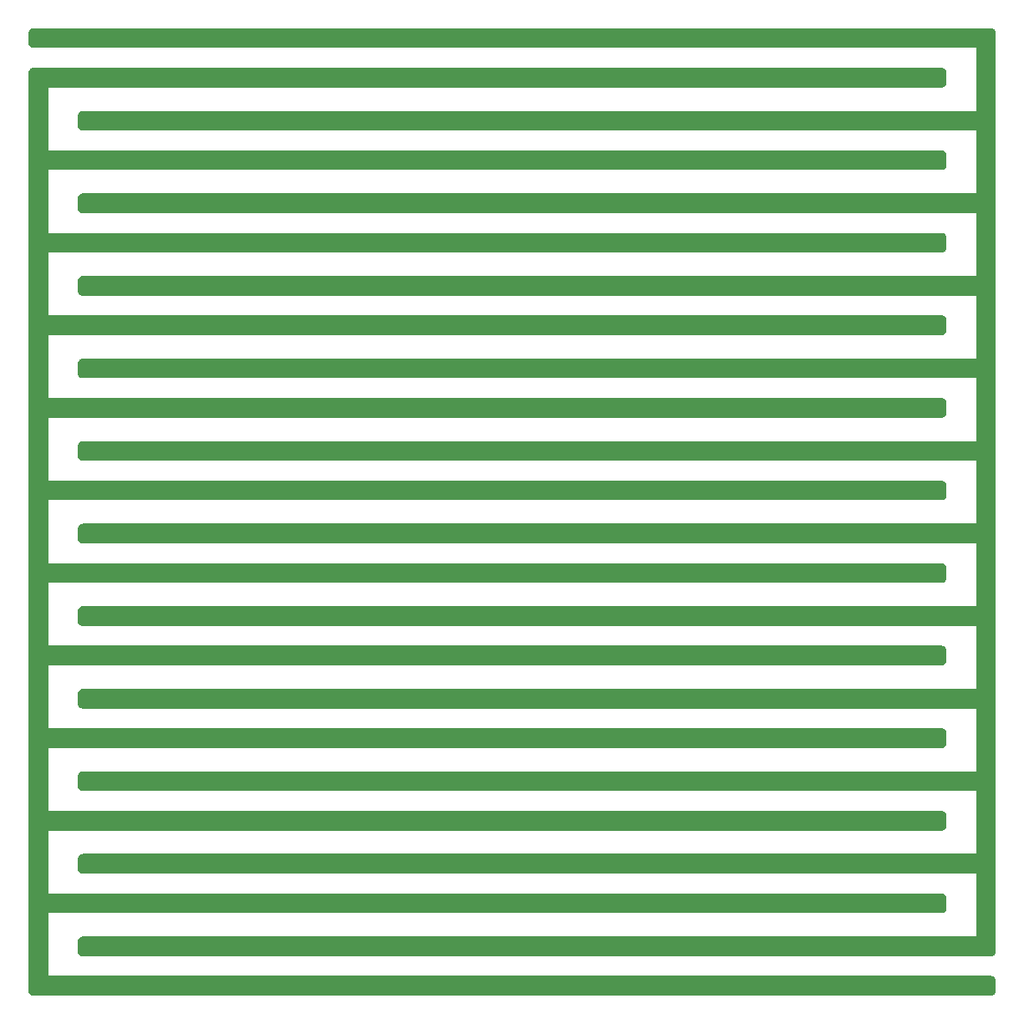
<source format=gtl>
G04 #@! TF.GenerationSoftware,KiCad,Pcbnew,6.0.0-d3dd2cf0fa~116~ubuntu20.04.1*
G04 #@! TF.CreationDate,2022-01-09T22:45:00+01:00*
G04 #@! TF.ProjectId,Statikplatte,53746174-696b-4706-9c61-7474652e6b69,rev?*
G04 #@! TF.SameCoordinates,Original*
G04 #@! TF.FileFunction,Copper,L1,Top*
G04 #@! TF.FilePolarity,Positive*
%FSLAX46Y46*%
G04 Gerber Fmt 4.6, Leading zero omitted, Abs format (unit mm)*
G04 Created by KiCad (PCBNEW 6.0.0-d3dd2cf0fa~116~ubuntu20.04.1) date 2022-01-09 22:45:00*
%MOMM*%
%LPD*%
G01*
G04 APERTURE LIST*
G04 #@! TA.AperFunction,ViaPad*
%ADD10C,0.800000*%
G04 #@! TD*
G04 APERTURE END LIST*
D10*
X102000000Y-102000000D03*
X102000000Y-148000000D03*
X198000000Y-106000000D03*
X198000000Y-52000000D03*
G04 #@! TA.AperFunction,Conductor*
G36*
X198508188Y-51001078D02*
G01*
X198612963Y-51014872D01*
X198644735Y-51023385D01*
X198734674Y-51060639D01*
X198763160Y-51077086D01*
X198840393Y-51136349D01*
X198863651Y-51159607D01*
X198922914Y-51236840D01*
X198939361Y-51265326D01*
X198976615Y-51355265D01*
X198985128Y-51387037D01*
X198998922Y-51491812D01*
X199000000Y-51508258D01*
X199000000Y-144491742D01*
X198998922Y-144508188D01*
X198985128Y-144612963D01*
X198976615Y-144644735D01*
X198939361Y-144734674D01*
X198922914Y-144763160D01*
X198863651Y-144840393D01*
X198840393Y-144863651D01*
X198763160Y-144922914D01*
X198734674Y-144939361D01*
X198644735Y-144976615D01*
X198612963Y-144985128D01*
X198508188Y-144998922D01*
X198491742Y-145000000D01*
X106508258Y-145000000D01*
X106491812Y-144998922D01*
X106387037Y-144985128D01*
X106355265Y-144976615D01*
X106265326Y-144939361D01*
X106236840Y-144922914D01*
X106159607Y-144863651D01*
X106136349Y-144840393D01*
X106077086Y-144763160D01*
X106060639Y-144734674D01*
X106023385Y-144644735D01*
X106014872Y-144612963D01*
X106001078Y-144508188D01*
X106000000Y-144491742D01*
X106000000Y-143508258D01*
X106001078Y-143491812D01*
X106014872Y-143387037D01*
X106023385Y-143355265D01*
X106060639Y-143265326D01*
X106077086Y-143236840D01*
X106136349Y-143159607D01*
X106159607Y-143136349D01*
X106236840Y-143077086D01*
X106265326Y-143060639D01*
X106355265Y-143023385D01*
X106387037Y-143014872D01*
X106491812Y-143001078D01*
X106508258Y-143000000D01*
X197000000Y-143000000D01*
X197000000Y-136637500D01*
X106508258Y-136637500D01*
X106491812Y-136636422D01*
X106387037Y-136622628D01*
X106355265Y-136614115D01*
X106265326Y-136576861D01*
X106236840Y-136560414D01*
X106159607Y-136501151D01*
X106136349Y-136477893D01*
X106077086Y-136400660D01*
X106060639Y-136372174D01*
X106023385Y-136282235D01*
X106014872Y-136250463D01*
X106001078Y-136145688D01*
X106000000Y-136129242D01*
X106000000Y-135145758D01*
X106001078Y-135129312D01*
X106014872Y-135024537D01*
X106023385Y-134992765D01*
X106060639Y-134902826D01*
X106077086Y-134874340D01*
X106136349Y-134797107D01*
X106159607Y-134773849D01*
X106236840Y-134714586D01*
X106265326Y-134698139D01*
X106355265Y-134660885D01*
X106387037Y-134652372D01*
X106491812Y-134638578D01*
X106508258Y-134637500D01*
X197000000Y-134637500D01*
X197000000Y-128275000D01*
X106508258Y-128275000D01*
X106491812Y-128273922D01*
X106387037Y-128260128D01*
X106355265Y-128251615D01*
X106265326Y-128214361D01*
X106236840Y-128197914D01*
X106159607Y-128138651D01*
X106136349Y-128115393D01*
X106077086Y-128038160D01*
X106060639Y-128009674D01*
X106023385Y-127919735D01*
X106014872Y-127887963D01*
X106001078Y-127783188D01*
X106000000Y-127766742D01*
X106000000Y-126783258D01*
X106001078Y-126766812D01*
X106014872Y-126662037D01*
X106023385Y-126630265D01*
X106060639Y-126540326D01*
X106077086Y-126511840D01*
X106136349Y-126434607D01*
X106159607Y-126411349D01*
X106236840Y-126352086D01*
X106265326Y-126335639D01*
X106355265Y-126298385D01*
X106387037Y-126289872D01*
X106491812Y-126276078D01*
X106508258Y-126275000D01*
X197000000Y-126275000D01*
X197000000Y-119912500D01*
X106508258Y-119912500D01*
X106491812Y-119911422D01*
X106387037Y-119897628D01*
X106355265Y-119889115D01*
X106265326Y-119851861D01*
X106236840Y-119835414D01*
X106159607Y-119776151D01*
X106136349Y-119752893D01*
X106077086Y-119675660D01*
X106060639Y-119647174D01*
X106023385Y-119557235D01*
X106014872Y-119525463D01*
X106001078Y-119420688D01*
X106000000Y-119404242D01*
X106000000Y-118420758D01*
X106001078Y-118404312D01*
X106014872Y-118299537D01*
X106023385Y-118267765D01*
X106060639Y-118177826D01*
X106077086Y-118149340D01*
X106136349Y-118072107D01*
X106159607Y-118048849D01*
X106236840Y-117989586D01*
X106265326Y-117973139D01*
X106355265Y-117935885D01*
X106387037Y-117927372D01*
X106491812Y-117913578D01*
X106508258Y-117912500D01*
X197000000Y-117912500D01*
X197000000Y-111550000D01*
X106508258Y-111550000D01*
X106491812Y-111548922D01*
X106387037Y-111535128D01*
X106355265Y-111526615D01*
X106265326Y-111489361D01*
X106236840Y-111472914D01*
X106159607Y-111413651D01*
X106136349Y-111390393D01*
X106077086Y-111313160D01*
X106060639Y-111284674D01*
X106023385Y-111194735D01*
X106014872Y-111162963D01*
X106001078Y-111058188D01*
X106000000Y-111041742D01*
X106000000Y-110058258D01*
X106001078Y-110041812D01*
X106014872Y-109937037D01*
X106023385Y-109905265D01*
X106060639Y-109815326D01*
X106077086Y-109786840D01*
X106136349Y-109709607D01*
X106159607Y-109686349D01*
X106236840Y-109627086D01*
X106265326Y-109610639D01*
X106355265Y-109573385D01*
X106387037Y-109564872D01*
X106491812Y-109551078D01*
X106508258Y-109550000D01*
X197000000Y-109550000D01*
X197000000Y-103187500D01*
X106508258Y-103187500D01*
X106491812Y-103186422D01*
X106387037Y-103172628D01*
X106355265Y-103164115D01*
X106265326Y-103126861D01*
X106236840Y-103110414D01*
X106159607Y-103051151D01*
X106136349Y-103027893D01*
X106077086Y-102950660D01*
X106060639Y-102922174D01*
X106023385Y-102832235D01*
X106014872Y-102800463D01*
X106001078Y-102695688D01*
X106000000Y-102679242D01*
X106000000Y-101695758D01*
X106001078Y-101679312D01*
X106014872Y-101574537D01*
X106023385Y-101542765D01*
X106060639Y-101452826D01*
X106077086Y-101424340D01*
X106136349Y-101347107D01*
X106159607Y-101323849D01*
X106236840Y-101264586D01*
X106265326Y-101248139D01*
X106355265Y-101210885D01*
X106387037Y-101202372D01*
X106491812Y-101188578D01*
X106508258Y-101187500D01*
X197000000Y-101187500D01*
X197000000Y-94825000D01*
X106508258Y-94825000D01*
X106491812Y-94823922D01*
X106387037Y-94810128D01*
X106355265Y-94801615D01*
X106265326Y-94764361D01*
X106236840Y-94747914D01*
X106159607Y-94688651D01*
X106136349Y-94665393D01*
X106077086Y-94588160D01*
X106060639Y-94559674D01*
X106023385Y-94469735D01*
X106014872Y-94437963D01*
X106001078Y-94333188D01*
X106000000Y-94316742D01*
X106000000Y-93333258D01*
X106001078Y-93316812D01*
X106014872Y-93212037D01*
X106023385Y-93180265D01*
X106060639Y-93090326D01*
X106077086Y-93061840D01*
X106136349Y-92984607D01*
X106159607Y-92961349D01*
X106236840Y-92902086D01*
X106265326Y-92885639D01*
X106355265Y-92848385D01*
X106387037Y-92839872D01*
X106491812Y-92826078D01*
X106508258Y-92825000D01*
X197000000Y-92825000D01*
X197000000Y-86462500D01*
X106508258Y-86462500D01*
X106491812Y-86461422D01*
X106387037Y-86447628D01*
X106355265Y-86439115D01*
X106265326Y-86401861D01*
X106236840Y-86385414D01*
X106159607Y-86326151D01*
X106136349Y-86302893D01*
X106077086Y-86225660D01*
X106060639Y-86197174D01*
X106023385Y-86107235D01*
X106014872Y-86075463D01*
X106001078Y-85970688D01*
X106000000Y-85954242D01*
X106000000Y-84970758D01*
X106001078Y-84954312D01*
X106014872Y-84849537D01*
X106023385Y-84817765D01*
X106060639Y-84727826D01*
X106077086Y-84699340D01*
X106136349Y-84622107D01*
X106159607Y-84598849D01*
X106236840Y-84539586D01*
X106265326Y-84523139D01*
X106355265Y-84485885D01*
X106387037Y-84477372D01*
X106491812Y-84463578D01*
X106508258Y-84462500D01*
X197000000Y-84462500D01*
X197000000Y-78100000D01*
X106508258Y-78100000D01*
X106491812Y-78098922D01*
X106387037Y-78085128D01*
X106355265Y-78076615D01*
X106265326Y-78039361D01*
X106236840Y-78022914D01*
X106159607Y-77963651D01*
X106136349Y-77940393D01*
X106077086Y-77863160D01*
X106060639Y-77834674D01*
X106023385Y-77744735D01*
X106014872Y-77712963D01*
X106001078Y-77608188D01*
X106000000Y-77591742D01*
X106000000Y-76608258D01*
X106001078Y-76591812D01*
X106014872Y-76487037D01*
X106023385Y-76455265D01*
X106060639Y-76365326D01*
X106077086Y-76336840D01*
X106136349Y-76259607D01*
X106159607Y-76236349D01*
X106236840Y-76177086D01*
X106265326Y-76160639D01*
X106355265Y-76123385D01*
X106387037Y-76114872D01*
X106491812Y-76101078D01*
X106508258Y-76100000D01*
X197000000Y-76100000D01*
X197000000Y-69737500D01*
X106508258Y-69737500D01*
X106491812Y-69736422D01*
X106387037Y-69722628D01*
X106355265Y-69714115D01*
X106265326Y-69676861D01*
X106236840Y-69660414D01*
X106159607Y-69601151D01*
X106136349Y-69577893D01*
X106077086Y-69500660D01*
X106060639Y-69472174D01*
X106023385Y-69382235D01*
X106014872Y-69350463D01*
X106001078Y-69245688D01*
X106000000Y-69229242D01*
X106000000Y-68245758D01*
X106001078Y-68229312D01*
X106014872Y-68124537D01*
X106023385Y-68092765D01*
X106060639Y-68002826D01*
X106077086Y-67974340D01*
X106136349Y-67897107D01*
X106159607Y-67873849D01*
X106236840Y-67814586D01*
X106265326Y-67798139D01*
X106355265Y-67760885D01*
X106387037Y-67752372D01*
X106491812Y-67738578D01*
X106508258Y-67737500D01*
X197000000Y-67737500D01*
X197000000Y-61375000D01*
X106508258Y-61375000D01*
X106491812Y-61373922D01*
X106387037Y-61360128D01*
X106355265Y-61351615D01*
X106265326Y-61314361D01*
X106236840Y-61297914D01*
X106159607Y-61238651D01*
X106136349Y-61215393D01*
X106077086Y-61138160D01*
X106060639Y-61109674D01*
X106023385Y-61019735D01*
X106014872Y-60987963D01*
X106001078Y-60883188D01*
X106000000Y-60866742D01*
X106000000Y-59883258D01*
X106001078Y-59866812D01*
X106014872Y-59762037D01*
X106023385Y-59730265D01*
X106060639Y-59640326D01*
X106077086Y-59611840D01*
X106136349Y-59534607D01*
X106159607Y-59511349D01*
X106236840Y-59452086D01*
X106265326Y-59435639D01*
X106355265Y-59398385D01*
X106387037Y-59389872D01*
X106491812Y-59376078D01*
X106508258Y-59375000D01*
X197000000Y-59375000D01*
X197000000Y-53012245D01*
X196500066Y-53012181D01*
X196500064Y-53012181D01*
X196495948Y-53012180D01*
X196495941Y-53012180D01*
X101508193Y-53000065D01*
X101491748Y-52998985D01*
X101412779Y-52988579D01*
X101386982Y-52985180D01*
X101355218Y-52976665D01*
X101265284Y-52939403D01*
X101236805Y-52922957D01*
X101159583Y-52863694D01*
X101136327Y-52840435D01*
X101077073Y-52763204D01*
X101060630Y-52734721D01*
X101023381Y-52644787D01*
X101014869Y-52613017D01*
X101001078Y-52508253D01*
X101000000Y-52491808D01*
X101000000Y-51508325D01*
X101001078Y-51491877D01*
X101014875Y-51387090D01*
X101023390Y-51355316D01*
X101060650Y-51265370D01*
X101077096Y-51236887D01*
X101136373Y-51159644D01*
X101159631Y-51136390D01*
X101236875Y-51077128D01*
X101265364Y-51060683D01*
X101355313Y-51023435D01*
X101387088Y-51014924D01*
X101428865Y-51009429D01*
X101491878Y-51001141D01*
X101508321Y-51000065D01*
X115905159Y-51001901D01*
X156622908Y-51007095D01*
X197000000Y-51012245D01*
X197000000Y-51008557D01*
X197017521Y-51005073D01*
X197017977Y-51007364D01*
X197033996Y-51000725D01*
X197047490Y-51000000D01*
X198491742Y-51000000D01*
X198508188Y-51001078D01*
G37*
G04 #@! TD.AperFunction*
G04 #@! TA.AperFunction,Conductor*
G36*
X102982120Y-55007781D02*
G01*
X102982608Y-55005326D01*
X103000000Y-55008787D01*
X103000000Y-55012500D01*
X193491742Y-55012500D01*
X193508188Y-55013578D01*
X193612963Y-55027372D01*
X193644735Y-55035885D01*
X193734674Y-55073139D01*
X193763160Y-55089586D01*
X193840393Y-55148849D01*
X193863651Y-55172107D01*
X193922914Y-55249340D01*
X193939361Y-55277826D01*
X193976615Y-55367765D01*
X193985128Y-55399537D01*
X193998922Y-55504312D01*
X194000000Y-55520758D01*
X194000000Y-56504242D01*
X193998922Y-56520688D01*
X193985128Y-56625463D01*
X193976615Y-56657235D01*
X193939361Y-56747174D01*
X193922914Y-56775660D01*
X193863651Y-56852893D01*
X193840393Y-56876151D01*
X193763160Y-56935414D01*
X193734674Y-56951861D01*
X193644735Y-56989115D01*
X193612963Y-56997628D01*
X193508188Y-57011422D01*
X193491742Y-57012500D01*
X103000000Y-57012500D01*
X103000000Y-63375000D01*
X193491742Y-63375000D01*
X193508188Y-63376078D01*
X193612963Y-63389872D01*
X193644735Y-63398385D01*
X193734674Y-63435639D01*
X193763160Y-63452086D01*
X193840393Y-63511349D01*
X193863651Y-63534607D01*
X193922914Y-63611840D01*
X193939361Y-63640326D01*
X193976615Y-63730265D01*
X193985128Y-63762037D01*
X193998922Y-63866812D01*
X194000000Y-63883258D01*
X194000000Y-64866742D01*
X193998922Y-64883188D01*
X193985128Y-64987963D01*
X193976615Y-65019735D01*
X193939361Y-65109674D01*
X193922914Y-65138160D01*
X193863651Y-65215393D01*
X193840393Y-65238651D01*
X193763160Y-65297914D01*
X193734674Y-65314361D01*
X193644735Y-65351615D01*
X193612963Y-65360128D01*
X193508188Y-65373922D01*
X193491742Y-65375000D01*
X103000000Y-65375000D01*
X103000000Y-71737500D01*
X193491742Y-71737500D01*
X193508188Y-71738578D01*
X193612963Y-71752372D01*
X193644735Y-71760885D01*
X193734674Y-71798139D01*
X193763160Y-71814586D01*
X193840393Y-71873849D01*
X193863651Y-71897107D01*
X193922914Y-71974340D01*
X193939361Y-72002826D01*
X193976615Y-72092765D01*
X193985128Y-72124537D01*
X193998922Y-72229312D01*
X194000000Y-72245758D01*
X194000000Y-73229242D01*
X193998922Y-73245688D01*
X193985128Y-73350463D01*
X193976615Y-73382235D01*
X193939361Y-73472174D01*
X193922914Y-73500660D01*
X193863651Y-73577893D01*
X193840393Y-73601151D01*
X193763160Y-73660414D01*
X193734674Y-73676861D01*
X193644735Y-73714115D01*
X193612963Y-73722628D01*
X193508188Y-73736422D01*
X193491742Y-73737500D01*
X103000000Y-73737500D01*
X103000000Y-80100000D01*
X193491742Y-80100000D01*
X193508188Y-80101078D01*
X193612963Y-80114872D01*
X193644735Y-80123385D01*
X193734674Y-80160639D01*
X193763160Y-80177086D01*
X193840393Y-80236349D01*
X193863651Y-80259607D01*
X193922914Y-80336840D01*
X193939361Y-80365326D01*
X193976615Y-80455265D01*
X193985128Y-80487037D01*
X193998922Y-80591812D01*
X194000000Y-80608258D01*
X194000000Y-81591742D01*
X193998922Y-81608188D01*
X193985128Y-81712963D01*
X193976615Y-81744735D01*
X193939361Y-81834674D01*
X193922914Y-81863160D01*
X193863651Y-81940393D01*
X193840393Y-81963651D01*
X193763160Y-82022914D01*
X193734674Y-82039361D01*
X193644735Y-82076615D01*
X193612963Y-82085128D01*
X193508188Y-82098922D01*
X193491742Y-82100000D01*
X103000000Y-82100000D01*
X103000000Y-88462500D01*
X193491742Y-88462500D01*
X193508188Y-88463578D01*
X193612963Y-88477372D01*
X193644735Y-88485885D01*
X193734674Y-88523139D01*
X193763160Y-88539586D01*
X193840393Y-88598849D01*
X193863651Y-88622107D01*
X193922914Y-88699340D01*
X193939361Y-88727826D01*
X193976615Y-88817765D01*
X193985128Y-88849537D01*
X193998922Y-88954312D01*
X194000000Y-88970758D01*
X194000000Y-89954242D01*
X193998922Y-89970688D01*
X193985128Y-90075463D01*
X193976615Y-90107235D01*
X193939361Y-90197174D01*
X193922914Y-90225660D01*
X193863651Y-90302893D01*
X193840393Y-90326151D01*
X193763160Y-90385414D01*
X193734674Y-90401861D01*
X193644735Y-90439115D01*
X193612963Y-90447628D01*
X193508188Y-90461422D01*
X193491742Y-90462500D01*
X103000000Y-90462500D01*
X103000000Y-96825000D01*
X193491742Y-96825000D01*
X193508188Y-96826078D01*
X193612963Y-96839872D01*
X193644735Y-96848385D01*
X193734674Y-96885639D01*
X193763160Y-96902086D01*
X193840393Y-96961349D01*
X193863651Y-96984607D01*
X193922914Y-97061840D01*
X193939361Y-97090326D01*
X193976615Y-97180265D01*
X193985128Y-97212037D01*
X193998922Y-97316812D01*
X194000000Y-97333258D01*
X194000000Y-98316742D01*
X193998922Y-98333188D01*
X193985128Y-98437963D01*
X193976615Y-98469735D01*
X193939361Y-98559674D01*
X193922914Y-98588160D01*
X193863651Y-98665393D01*
X193840393Y-98688651D01*
X193763160Y-98747914D01*
X193734674Y-98764361D01*
X193644735Y-98801615D01*
X193612963Y-98810128D01*
X193508188Y-98823922D01*
X193491742Y-98825000D01*
X103000000Y-98825000D01*
X103000000Y-105187500D01*
X193491742Y-105187500D01*
X193508188Y-105188578D01*
X193612963Y-105202372D01*
X193644735Y-105210885D01*
X193734674Y-105248139D01*
X193763160Y-105264586D01*
X193840393Y-105323849D01*
X193863651Y-105347107D01*
X193922914Y-105424340D01*
X193939361Y-105452826D01*
X193976615Y-105542765D01*
X193985128Y-105574537D01*
X193998922Y-105679312D01*
X194000000Y-105695758D01*
X194000000Y-106679242D01*
X193998922Y-106695688D01*
X193985128Y-106800463D01*
X193976615Y-106832235D01*
X193939361Y-106922174D01*
X193922914Y-106950660D01*
X193863651Y-107027893D01*
X193840393Y-107051151D01*
X193763160Y-107110414D01*
X193734674Y-107126861D01*
X193644735Y-107164115D01*
X193612963Y-107172628D01*
X193508188Y-107186422D01*
X193491742Y-107187500D01*
X103000000Y-107187500D01*
X103000000Y-113550000D01*
X193491742Y-113550000D01*
X193508188Y-113551078D01*
X193612963Y-113564872D01*
X193644735Y-113573385D01*
X193734674Y-113610639D01*
X193763160Y-113627086D01*
X193840393Y-113686349D01*
X193863651Y-113709607D01*
X193922914Y-113786840D01*
X193939361Y-113815326D01*
X193976615Y-113905265D01*
X193985128Y-113937037D01*
X193998922Y-114041812D01*
X194000000Y-114058258D01*
X194000000Y-115041742D01*
X193998922Y-115058188D01*
X193985128Y-115162963D01*
X193976615Y-115194735D01*
X193939361Y-115284674D01*
X193922914Y-115313160D01*
X193863651Y-115390393D01*
X193840393Y-115413651D01*
X193763160Y-115472914D01*
X193734674Y-115489361D01*
X193644735Y-115526615D01*
X193612963Y-115535128D01*
X193508188Y-115548922D01*
X193491742Y-115550000D01*
X103000000Y-115550000D01*
X103000000Y-121912500D01*
X193491742Y-121912500D01*
X193508188Y-121913578D01*
X193612963Y-121927372D01*
X193644735Y-121935885D01*
X193734674Y-121973139D01*
X193763160Y-121989586D01*
X193840393Y-122048849D01*
X193863651Y-122072107D01*
X193922914Y-122149340D01*
X193939361Y-122177826D01*
X193976615Y-122267765D01*
X193985128Y-122299537D01*
X193998922Y-122404312D01*
X194000000Y-122420758D01*
X194000000Y-123404242D01*
X193998922Y-123420688D01*
X193985128Y-123525463D01*
X193976615Y-123557235D01*
X193939361Y-123647174D01*
X193922914Y-123675660D01*
X193863651Y-123752893D01*
X193840393Y-123776151D01*
X193763160Y-123835414D01*
X193734674Y-123851861D01*
X193644735Y-123889115D01*
X193612963Y-123897628D01*
X193508188Y-123911422D01*
X193491742Y-123912500D01*
X103000000Y-123912500D01*
X103000000Y-130275000D01*
X193491742Y-130275000D01*
X193508188Y-130276078D01*
X193612963Y-130289872D01*
X193644735Y-130298385D01*
X193734674Y-130335639D01*
X193763160Y-130352086D01*
X193840393Y-130411349D01*
X193863651Y-130434607D01*
X193922914Y-130511840D01*
X193939361Y-130540326D01*
X193976615Y-130630265D01*
X193985128Y-130662037D01*
X193998922Y-130766812D01*
X194000000Y-130783258D01*
X194000000Y-131766742D01*
X193998922Y-131783188D01*
X193985128Y-131887963D01*
X193976615Y-131919735D01*
X193939361Y-132009674D01*
X193922914Y-132038160D01*
X193863651Y-132115393D01*
X193840393Y-132138651D01*
X193763160Y-132197914D01*
X193734674Y-132214361D01*
X193644735Y-132251615D01*
X193612963Y-132260128D01*
X193508188Y-132273922D01*
X193491742Y-132275000D01*
X103000000Y-132275000D01*
X103000000Y-138637500D01*
X193491742Y-138637500D01*
X193508188Y-138638578D01*
X193612963Y-138652372D01*
X193644735Y-138660885D01*
X193734674Y-138698139D01*
X193763160Y-138714586D01*
X193840393Y-138773849D01*
X193863651Y-138797107D01*
X193922914Y-138874340D01*
X193939361Y-138902826D01*
X193976615Y-138992765D01*
X193985128Y-139024537D01*
X193998922Y-139129312D01*
X194000000Y-139145758D01*
X194000000Y-140129242D01*
X193998922Y-140145688D01*
X193985128Y-140250463D01*
X193976615Y-140282235D01*
X193939361Y-140372174D01*
X193922914Y-140400660D01*
X193863651Y-140477893D01*
X193840393Y-140501151D01*
X193763160Y-140560414D01*
X193734674Y-140576861D01*
X193644735Y-140614115D01*
X193612963Y-140622628D01*
X193508188Y-140636422D01*
X193491742Y-140637500D01*
X103000000Y-140637500D01*
X103000000Y-147000000D01*
X198491742Y-147000000D01*
X198508188Y-147001078D01*
X198612963Y-147014872D01*
X198644735Y-147023385D01*
X198734674Y-147060639D01*
X198763160Y-147077086D01*
X198840393Y-147136349D01*
X198863651Y-147159607D01*
X198922914Y-147236840D01*
X198939361Y-147265326D01*
X198976615Y-147355265D01*
X198985128Y-147387037D01*
X198998922Y-147491812D01*
X199000000Y-147508258D01*
X199000000Y-148491742D01*
X198998922Y-148508188D01*
X198985128Y-148612963D01*
X198976615Y-148644735D01*
X198939361Y-148734674D01*
X198922914Y-148763160D01*
X198863651Y-148840393D01*
X198840393Y-148863651D01*
X198763160Y-148922914D01*
X198734674Y-148939361D01*
X198644735Y-148976615D01*
X198612963Y-148985128D01*
X198508188Y-148998922D01*
X198491742Y-149000000D01*
X101508258Y-149000000D01*
X101491812Y-148998922D01*
X101387037Y-148985128D01*
X101355265Y-148976615D01*
X101265326Y-148939361D01*
X101236840Y-148922914D01*
X101159607Y-148863651D01*
X101136349Y-148840393D01*
X101077086Y-148763160D01*
X101060639Y-148734674D01*
X101023385Y-148644735D01*
X101014872Y-148612963D01*
X101001078Y-148508188D01*
X101000000Y-148491742D01*
X101000000Y-55508258D01*
X101001078Y-55491812D01*
X101014872Y-55387037D01*
X101023385Y-55355265D01*
X101060639Y-55265326D01*
X101077086Y-55236840D01*
X101136349Y-55159607D01*
X101159607Y-55136349D01*
X101236840Y-55077086D01*
X101265326Y-55060639D01*
X101355265Y-55023385D01*
X101387037Y-55014872D01*
X101491812Y-55001078D01*
X101508258Y-55000000D01*
X102951637Y-55000000D01*
X102982120Y-55007781D01*
G37*
G04 #@! TD.AperFunction*
M02*

</source>
